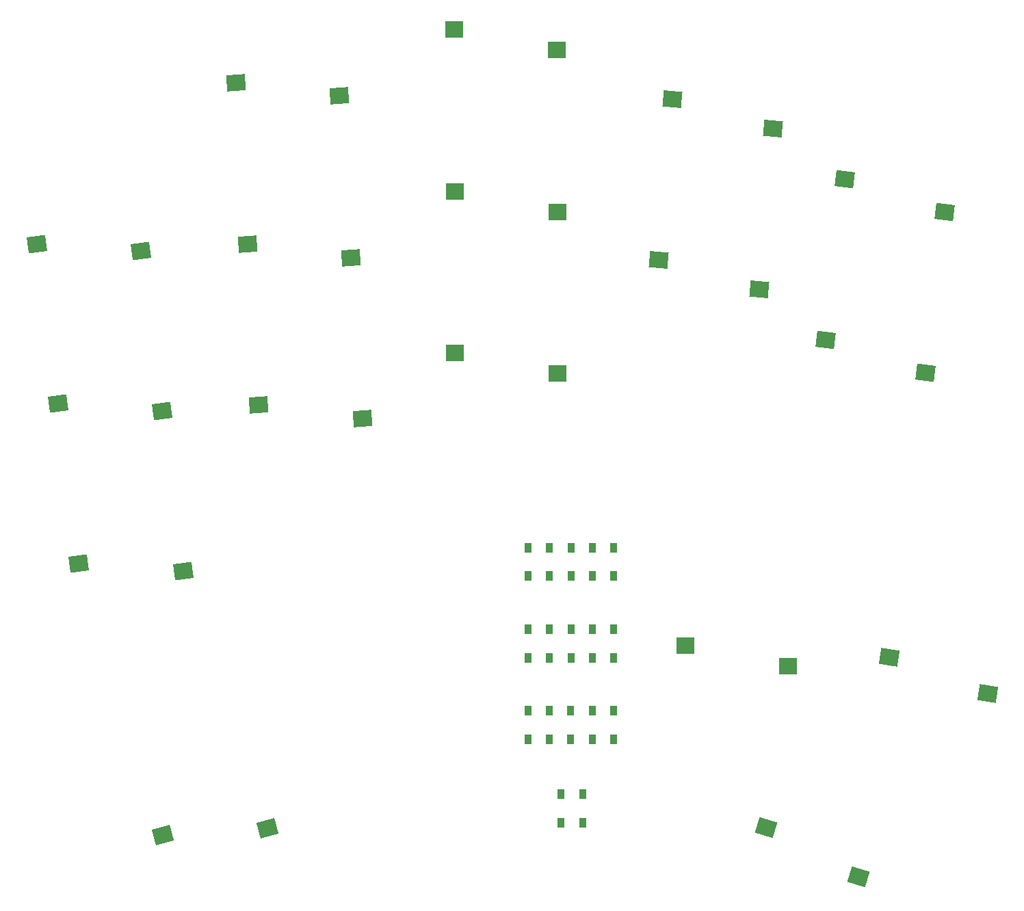
<source format=gbr>
%TF.GenerationSoftware,KiCad,Pcbnew,7.0.7*%
%TF.CreationDate,2024-05-22T00:05:12+09:00*%
%TF.ProjectId,hmproto34,686d7072-6f74-46f3-9334-2e6b69636164,rev?*%
%TF.SameCoordinates,Original*%
%TF.FileFunction,Paste,Top*%
%TF.FilePolarity,Positive*%
%FSLAX46Y46*%
G04 Gerber Fmt 4.6, Leading zero omitted, Abs format (unit mm)*
G04 Created by KiCad (PCBNEW 7.0.7) date 2024-05-22 00:05:12*
%MOMM*%
%LPD*%
G01*
G04 APERTURE LIST*
G04 Aperture macros list*
%AMRotRect*
0 Rectangle, with rotation*
0 The origin of the aperture is its center*
0 $1 length*
0 $2 width*
0 $3 Rotation angle, in degrees counterclockwise*
0 Add horizontal line*
21,1,$1,$2,0,0,$3*%
G04 Aperture macros list end*
%ADD10R,0.950000X1.300000*%
%ADD11R,2.300000X2.000000*%
%ADD12RotRect,2.300000X2.000000X184.000000*%
%ADD13RotRect,2.300000X2.000000X173.000000*%
%ADD14RotRect,2.300000X2.000000X195.000000*%
%ADD15RotRect,2.300000X2.000000X163.000000*%
%ADD16RotRect,2.300000X2.000000X175.000000*%
%ADD17RotRect,2.300000X2.000000X187.500000*%
%ADD18RotRect,2.300000X2.000000X171.000000*%
G04 APERTURE END LIST*
D10*
%TO.C,D2*%
X79980000Y-88285000D03*
X79980000Y-91835000D03*
%TD*%
D11*
%TO.C,SW8*%
X80944132Y-46755576D03*
X68244132Y-44215576D03*
%TD*%
D12*
%TO.C,SW12*%
X56807109Y-72303565D03*
X43960864Y-70655660D03*
%TD*%
D10*
%TO.C,D15*%
X87910000Y-108445000D03*
X87910000Y-111995000D03*
%TD*%
D13*
%TO.C,SW10*%
X126486378Y-66637892D03*
X114190590Y-62569084D03*
%TD*%
D10*
%TO.C,D14*%
X85260000Y-108445000D03*
X85260000Y-111995000D03*
%TD*%
D12*
%TO.C,SW7*%
X55437109Y-52393565D03*
X42590864Y-50745660D03*
%TD*%
D10*
%TO.C,D9*%
X85290000Y-98370000D03*
X85290000Y-101920000D03*
%TD*%
%TO.C,D17*%
X84070000Y-118815000D03*
X84070000Y-122365000D03*
%TD*%
D14*
%TO.C,SW16*%
X45077860Y-123081754D03*
X32153201Y-123915304D03*
%TD*%
D15*
%TO.C,SW17*%
X118222584Y-129074912D03*
X106820138Y-122932777D03*
%TD*%
D10*
%TO.C,D5*%
X87930000Y-88285000D03*
X87930000Y-91835000D03*
%TD*%
D16*
%TO.C,SW9*%
X105912357Y-56345484D03*
X93482060Y-52708271D03*
%TD*%
D17*
%TO.C,SW6*%
X32067488Y-71363965D03*
X19144602Y-70503378D03*
%TD*%
D10*
%TO.C,D16*%
X81420000Y-118815000D03*
X81420000Y-122365000D03*
%TD*%
%TO.C,D6*%
X77340000Y-98370000D03*
X77340000Y-101920000D03*
%TD*%
D12*
%TO.C,SW2*%
X53997109Y-32373565D03*
X41150864Y-30725660D03*
%TD*%
D11*
%TO.C,SW14*%
X109514132Y-102965576D03*
X96814132Y-100425576D03*
%TD*%
%TO.C,SW3*%
X80924132Y-26715576D03*
X68224132Y-24175576D03*
%TD*%
D16*
%TO.C,SW4*%
X107632357Y-36455484D03*
X95202060Y-32818271D03*
%TD*%
D17*
%TO.C,SW11*%
X34657488Y-91163965D03*
X21734602Y-90303378D03*
%TD*%
D10*
%TO.C,D4*%
X85280000Y-88285000D03*
X85280000Y-91835000D03*
%TD*%
D11*
%TO.C,SW13*%
X80954132Y-66765576D03*
X68254132Y-64225576D03*
%TD*%
D10*
%TO.C,D12*%
X79960000Y-108445000D03*
X79960000Y-111995000D03*
%TD*%
D13*
%TO.C,SW5*%
X128856378Y-46787892D03*
X116560590Y-42719084D03*
%TD*%
D10*
%TO.C,D7*%
X79990000Y-98370000D03*
X79990000Y-101920000D03*
%TD*%
D17*
%TO.C,SW1*%
X29437488Y-51553965D03*
X16514602Y-50693378D03*
%TD*%
D10*
%TO.C,D10*%
X87940000Y-98370000D03*
X87940000Y-101920000D03*
%TD*%
%TO.C,D1*%
X77330000Y-88285000D03*
X77330000Y-91835000D03*
%TD*%
%TO.C,D13*%
X82610000Y-108445000D03*
X82610000Y-111995000D03*
%TD*%
D18*
%TO.C,SW15*%
X134201551Y-106402381D03*
X122055253Y-101906935D03*
%TD*%
D10*
%TO.C,D11*%
X77310000Y-108445000D03*
X77310000Y-111995000D03*
%TD*%
%TO.C,D3*%
X82630000Y-88285000D03*
X82630000Y-91835000D03*
%TD*%
%TO.C,D8*%
X82640000Y-98370000D03*
X82640000Y-101920000D03*
%TD*%
M02*

</source>
